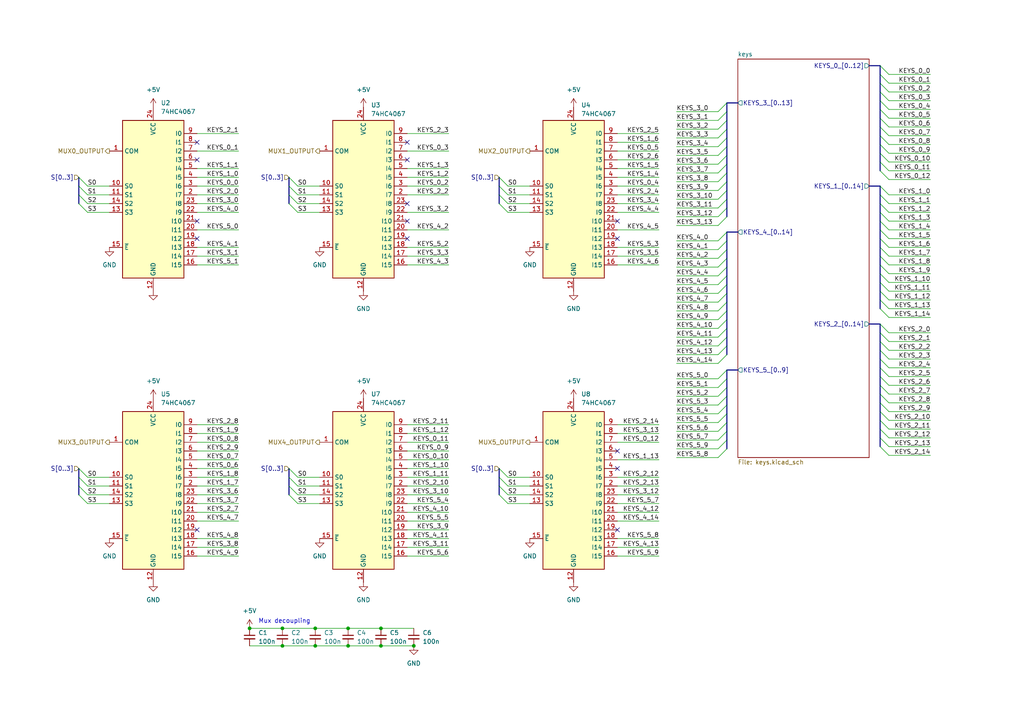
<source format=kicad_sch>
(kicad_sch (version 20230121) (generator eeschema)
  (paper "A4")
  (title_block (title "MoonBoard"))
  (lib_symbols
    (symbol "74xx:CD74HC4067M"
      (property "Reference" "U" (at -8.89 22.86 0))
      (property "Value" "CD74HC4067M" (at 1.27 22.86 0))
      (symbol "CD74HC4067M_0_1"
        (rectangle (start -8.89 21.59) (end 8.89 -24.13) (stroke (width 0.254)) (fill (type background)))
      )
      (symbol "CD74HC4067M_1_1"
        (pin passive line (at -12.7 12.7 0) (length 3.81) (name "COM") (number "1"))
        (pin input line (at -12.7 2.54 0) (length 3.81) (name "S0") (number "10"))
        (pin input line (at -12.7 0 0) (length 3.81) (name "S1") (number "11"))
        (pin power_in line (at 0 -27.94 90) (length 3.81) (name "GND") (number "12"))
        (pin input line (at -12.7 -5.08 0) (length 3.81) (name "S3") (number "13"))
        (pin input line (at -12.7 -2.54 0) (length 3.81) (name "S2") (number "14"))
        (pin input line (at -12.7 -15.24 0) (length 3.81) (name "~{E}") (number "15"))
        (pin passive line (at 12.7 -20.32 180) (length 3.81) (name "I15") (number "16"))
        (pin passive line (at 12.7 -17.78 180) (length 3.81) (name "I14") (number "17"))
        (pin passive line (at 12.7 -15.24 180) (length 3.81) (name "I13") (number "18"))
        (pin passive line (at 12.7 -12.7 180) (length 3.81) (name "I12") (number "19"))
        (pin passive line (at 12.7 0 180) (length 3.81) (name "I7") (number "2"))
        (pin passive line (at 12.7 -10.16 180) (length 3.81) (name "I11") (number "20"))
        (pin passive line (at 12.7 -7.62 180) (length 3.81) (name "I10") (number "21"))
        (pin passive line (at 12.7 -5.08 180) (length 3.81) (name "I9") (number "22"))
        (pin passive line (at 12.7 -2.54 180) (length 3.81) (name "I8") (number "23"))
        (pin power_in line (at 0 25.4 270) (length 3.81) (name "VCC") (number "24"))
        (pin passive line (at 12.7 2.54 180) (length 3.81) (name "I6") (number "3"))
        (pin passive line (at 12.7 5.08 180) (length 3.81) (name "I5") (number "4"))
        (pin passive line (at 12.7 7.62 180) (length 3.81) (name "I4") (number "5"))
        (pin passive line (at 12.7 10.16 180) (length 3.81) (name "I3") (number "6"))
        (pin passive line (at 12.7 12.7 180) (length 3.81) (name "I2") (number "7"))
        (pin passive line (at 12.7 15.24 180) (length 3.81) (name "I1") (number "8"))
        (pin passive line (at 12.7 17.78 180) (length 3.81) (name "I0") (number "9"))
      )
    )
    (symbol "Device:C_Small" (pin_numbers hide) (pin_names (offset 0.254) hide)
      (property "Reference" "C" (at 0.254 1.778 0))
      (property "Value" "C_Small" (at 0.254 -2.032 0))
      (symbol "C_Small_0_1"
        (polyline (pts (xy -1.524 -0.508) (xy 1.524 -0.508)) (stroke (width 0.3302)))
        (polyline (pts (xy -1.524 0.508) (xy 1.524 0.508)) (stroke (width 0.3048)))
      )
      (symbol "C_Small_1_1"
        (pin passive line (at 0 2.54 270) (length 2.032) (name "~") (number "1"))
        (pin passive line (at 0 -2.54 90) (length 2.032) (name "~") (number "2"))
      )
    )
    (symbol "power:+5V" (power) (pin_names (offset 0))
      (property "Value" "+5V" (at 0 3.556 0))
      (symbol "+5V_0_1"
        (polyline (pts (xy -0.762 1.27) (xy 0 2.54)))
        (polyline (pts (xy 0 0) (xy 0 2.54)))
        (polyline (pts (xy 0 2.54) (xy 0.762 1.27)))
      )
      (symbol "+5V_1_1"
        (pin power_in line (at 0 0 90) (length 0) hide (name "+5V") (number "1"))
      )
    )
    (symbol "power:GND" (power) (pin_names (offset 0))
      (property "Value" "GND" (at 0 -3.81 0))
      (symbol "GND_0_1"
        (polyline (pts (xy 0 0) (xy 0 -1.27) (xy 1.27 -1.27) (xy 0 -2.54) (xy -1.27 -1.27) (xy 0 -1.27)))
      )
      (symbol "GND_1_1"
        (pin power_in line (at 0 0 270) (length 0) hide (name "GND") (number "1"))
      )
    )
  )
  (junction (at 110.49 187.325))
  (junction (at 81.915 182.245))
  (junction (at 100.965 187.325))
  (junction (at 81.915 187.325))
  (junction (at 72.39 182.245))
  (junction (at 100.965 182.245))
  (junction (at 110.49 182.245))
  (junction (at 91.44 187.325))
  (junction (at 120.015 187.325))
  (junction (at 91.44 182.245))
  (no_connect (at 179.07 130.81))
  (no_connect (at 57.15 41.275))
  (no_connect (at 57.15 64.135))
  (no_connect (at 118.11 59.055))
  (no_connect (at 118.11 64.135))
  (no_connect (at 118.11 69.215))
  (no_connect (at 179.07 135.89))
  (no_connect (at 179.07 64.135))
  (no_connect (at 57.15 153.67))
  (no_connect (at 179.07 69.215))
  (no_connect (at 179.07 153.67))
  (no_connect (at 57.15 69.215))
  (no_connect (at 57.15 46.355))
  (no_connect (at 118.11 46.355))
  (no_connect (at 118.11 41.275))
  (bus_entry (at 257.81 34.29) (size -2.54 -2.54))
  (bus_entry (at 208.28 60.325) (size 2.54 -2.54))
  (bus_entry (at 208.28 47.625) (size 2.54 -2.54))
  (bus_entry (at 144.78 59.055) (size 2.54 2.54))
  (bus_entry (at 208.28 65.405) (size 2.54 -2.54))
  (bus_entry (at 144.78 143.51) (size 2.54 2.54))
  (bus_entry (at 83.82 143.51) (size 2.54 2.54))
  (bus_entry (at 208.28 42.545) (size 2.54 -2.54))
  (bus_entry (at 22.86 138.43) (size 2.54 2.54))
  (bus_entry (at 257.81 116.84) (size -2.54 -2.54))
  (bus_entry (at 257.81 127) (size -2.54 -2.54))
  (bus_entry (at 144.78 135.89) (size 2.54 2.54))
  (bus_entry (at 257.81 86.995) (size -2.54 -2.54))
  (bus_entry (at 257.81 81.915) (size -2.54 -2.54))
  (bus_entry (at 208.28 97.79) (size 2.54 -2.54))
  (bus_entry (at 257.81 121.92) (size -2.54 -2.54))
  (bus_entry (at 22.86 140.97) (size 2.54 2.54))
  (bus_entry (at 208.28 80.01) (size 2.54 -2.54))
  (bus_entry (at 257.81 99.06) (size -2.54 -2.54))
  (bus_entry (at 257.81 114.3) (size -2.54 -2.54))
  (bus_entry (at 83.82 135.89) (size 2.54 2.54))
  (bus_entry (at 257.81 64.135) (size -2.54 -2.54))
  (bus_entry (at 257.81 59.055) (size -2.54 -2.54))
  (bus_entry (at 144.78 138.43) (size 2.54 2.54))
  (bus_entry (at 83.82 56.515) (size 2.54 2.54))
  (bus_entry (at 208.28 92.71) (size 2.54 -2.54))
  (bus_entry (at 208.28 114.935) (size 2.54 -2.54))
  (bus_entry (at 257.81 106.68) (size -2.54 -2.54))
  (bus_entry (at 257.81 96.52) (size -2.54 -2.54))
  (bus_entry (at 208.28 132.715) (size 2.54 -2.54))
  (bus_entry (at 208.28 120.015) (size 2.54 -2.54))
  (bus_entry (at 257.81 39.37) (size -2.54 -2.54))
  (bus_entry (at 208.28 82.55) (size 2.54 -2.54))
  (bus_entry (at 144.78 140.97) (size 2.54 2.54))
  (bus_entry (at 257.81 24.13) (size -2.54 -2.54))
  (bus_entry (at 208.28 57.785) (size 2.54 -2.54))
  (bus_entry (at 22.86 59.055) (size 2.54 2.54))
  (bus_entry (at 257.81 124.46) (size -2.54 -2.54))
  (bus_entry (at 208.28 112.395) (size 2.54 -2.54))
  (bus_entry (at 257.81 109.22) (size -2.54 -2.54))
  (bus_entry (at 208.28 85.09) (size 2.54 -2.54))
  (bus_entry (at 257.81 31.75) (size -2.54 -2.54))
  (bus_entry (at 257.81 101.6) (size -2.54 -2.54))
  (bus_entry (at 83.82 138.43) (size 2.54 2.54))
  (bus_entry (at 208.28 72.39) (size 2.54 -2.54))
  (bus_entry (at 22.86 143.51) (size 2.54 2.54))
  (bus_entry (at 22.86 53.975) (size 2.54 2.54))
  (bus_entry (at 83.82 53.975) (size 2.54 2.54))
  (bus_entry (at 257.81 104.14) (size -2.54 -2.54))
  (bus_entry (at 257.81 129.54) (size -2.54 -2.54))
  (bus_entry (at 208.28 130.175) (size 2.54 -2.54))
  (bus_entry (at 22.86 51.435) (size 2.54 2.54))
  (bus_entry (at 257.81 76.835) (size -2.54 -2.54))
  (bus_entry (at 257.81 21.59) (size -2.54 -2.54))
  (bus_entry (at 208.28 87.63) (size 2.54 -2.54))
  (bus_entry (at 257.81 61.595) (size -2.54 -2.54))
  (bus_entry (at 208.28 109.855) (size 2.54 -2.54))
  (bus_entry (at 208.28 127.635) (size 2.54 -2.54))
  (bus_entry (at 257.81 111.76) (size -2.54 -2.54))
  (bus_entry (at 208.28 52.705) (size 2.54 -2.54))
  (bus_entry (at 257.81 49.53) (size -2.54 -2.54))
  (bus_entry (at 257.81 56.515) (size -2.54 -2.54))
  (bus_entry (at 257.81 36.83) (size -2.54 -2.54))
  (bus_entry (at 257.81 26.67) (size -2.54 -2.54))
  (bus_entry (at 83.82 140.97) (size 2.54 2.54))
  (bus_entry (at 208.28 77.47) (size 2.54 -2.54))
  (bus_entry (at 208.28 95.25) (size 2.54 -2.54))
  (bus_entry (at 208.28 69.85) (size 2.54 -2.54))
  (bus_entry (at 257.81 89.535) (size -2.54 -2.54))
  (bus_entry (at 144.78 56.515) (size 2.54 2.54))
  (bus_entry (at 144.78 51.435) (size 2.54 2.54))
  (bus_entry (at 257.81 71.755) (size -2.54 -2.54))
  (bus_entry (at 208.28 100.33) (size 2.54 -2.54))
  (bus_entry (at 257.81 84.455) (size -2.54 -2.54))
  (bus_entry (at 208.28 90.17) (size 2.54 -2.54))
  (bus_entry (at 257.81 74.295) (size -2.54 -2.54))
  (bus_entry (at 257.81 66.675) (size -2.54 -2.54))
  (bus_entry (at 83.82 59.055) (size 2.54 2.54))
  (bus_entry (at 208.28 74.93) (size 2.54 -2.54))
  (bus_entry (at 208.28 37.465) (size 2.54 -2.54))
  (bus_entry (at 208.28 55.245) (size 2.54 -2.54))
  (bus_entry (at 208.28 102.87) (size 2.54 -2.54))
  (bus_entry (at 208.28 34.925) (size 2.54 -2.54))
  (bus_entry (at 208.28 32.385) (size 2.54 -2.54))
  (bus_entry (at 257.81 79.375) (size -2.54 -2.54))
  (bus_entry (at 257.81 69.215) (size -2.54 -2.54))
  (bus_entry (at 208.28 62.865) (size 2.54 -2.54))
  (bus_entry (at 257.81 119.38) (size -2.54 -2.54))
  (bus_entry (at 22.86 135.89) (size 2.54 2.54))
  (bus_entry (at 208.28 50.165) (size 2.54 -2.54))
  (bus_entry (at 208.28 122.555) (size 2.54 -2.54))
  (bus_entry (at 208.28 125.095) (size 2.54 -2.54))
  (bus_entry (at 257.81 44.45) (size -2.54 -2.54))
  (bus_entry (at 257.81 46.99) (size -2.54 -2.54))
  (bus_entry (at 257.81 52.07) (size -2.54 -2.54))
  (bus_entry (at 257.81 29.21) (size -2.54 -2.54))
  (bus_entry (at 257.81 92.075) (size -2.54 -2.54))
  (bus_entry (at 208.28 40.005) (size 2.54 -2.54))
  (bus_entry (at 208.28 45.085) (size 2.54 -2.54))
  (bus_entry (at 257.81 132.08) (size -2.54 -2.54))
  (bus_entry (at 208.28 117.475) (size 2.54 -2.54))
  (bus_entry (at 257.81 41.91) (size -2.54 -2.54))
  (bus_entry (at 208.28 105.41) (size 2.54 -2.54))
  (bus_entry (at 83.82 51.435) (size 2.54 2.54))
  (bus_entry (at 144.78 53.975) (size 2.54 2.54))
  (bus_entry (at 22.86 56.515) (size 2.54 2.54))
  (wire (pts (xy 57.15 146.05) (xy 69.215 146.05)))
  (wire (pts (xy 179.07 76.835) (xy 191.135 76.835)))
  (bus (pts (xy 210.82 40.005) (xy 210.82 42.545)))
  (wire (pts (xy 57.15 156.21) (xy 69.215 156.21)))
  (bus (pts (xy 210.82 90.17) (xy 210.82 92.71)))
  (bus (pts (xy 252.095 53.975) (xy 255.27 53.975)))
  (bus (pts (xy 255.27 121.92) (xy 255.27 124.46)))
  (wire (pts (xy 86.36 53.975) (xy 92.71 53.975)))
  (wire (pts (xy 208.28 45.085) (xy 196.215 45.085)))
  (wire (pts (xy 179.07 161.29) (xy 191.135 161.29)))
  (wire (pts (xy 208.28 102.87) (xy 196.215 102.87)))
  (bus (pts (xy 255.27 34.29) (xy 255.27 36.83)))
  (wire (pts (xy 130.175 71.755) (xy 118.11 71.755)))
  (wire (pts (xy 57.15 138.43) (xy 69.215 138.43)))
  (wire (pts (xy 179.07 41.275) (xy 191.135 41.275)))
  (wire (pts (xy 25.4 143.51) (xy 31.75 143.51)))
  (wire (pts (xy 257.81 84.455) (xy 269.875 84.455)))
  (wire (pts (xy 118.11 125.73) (xy 130.175 125.73)))
  (bus (pts (xy 210.82 42.545) (xy 210.82 45.085)))
  (wire (pts (xy 57.15 151.13) (xy 69.215 151.13)))
  (wire (pts (xy 179.07 48.895) (xy 191.135 48.895)))
  (wire (pts (xy 208.28 60.325) (xy 196.215 60.325)))
  (wire (pts (xy 118.11 48.895) (xy 130.175 48.895)))
  (wire (pts (xy 208.28 82.55) (xy 196.215 82.55)))
  (bus (pts (xy 210.82 67.31) (xy 213.995 67.31)))
  (wire (pts (xy 147.32 140.97) (xy 153.67 140.97)))
  (bus (pts (xy 22.86 140.97) (xy 22.86 143.51)))
  (wire (pts (xy 147.32 53.975) (xy 153.67 53.975)))
  (wire (pts (xy 118.11 153.67) (xy 130.175 153.67)))
  (wire (pts (xy 118.11 128.27) (xy 130.175 128.27)))
  (bus (pts (xy 210.82 52.705) (xy 210.82 55.245)))
  (wire (pts (xy 257.81 49.53) (xy 269.875 49.53)))
  (bus (pts (xy 210.82 47.625) (xy 210.82 50.165)))
  (wire (pts (xy 130.175 53.975) (xy 118.11 53.975)))
  (wire (pts (xy 257.81 74.295) (xy 269.875 74.295)))
  (bus (pts (xy 210.82 120.015) (xy 210.82 122.555)))
  (bus (pts (xy 255.27 86.995) (xy 255.27 89.535)))
  (wire (pts (xy 191.135 43.815) (xy 179.07 43.815)))
  (wire (pts (xy 208.28 95.25) (xy 196.215 95.25)))
  (wire (pts (xy 179.07 53.975) (xy 191.135 53.975)))
  (wire (pts (xy 179.07 156.21) (xy 191.135 156.21)))
  (wire (pts (xy 69.215 66.675) (xy 57.15 66.675)))
  (wire (pts (xy 257.81 41.91) (xy 269.875 41.91)))
  (wire (pts (xy 69.215 56.515) (xy 57.15 56.515)))
  (bus (pts (xy 255.27 59.055) (xy 255.27 61.595)))
  (wire (pts (xy 69.215 59.055) (xy 57.15 59.055)))
  (wire (pts (xy 72.39 182.245) (xy 81.915 182.245)))
  (bus (pts (xy 144.78 140.97) (xy 144.78 143.51)))
  (wire (pts (xy 208.28 42.545) (xy 196.215 42.545)))
  (wire (pts (xy 57.15 123.19) (xy 69.215 123.19)))
  (wire (pts (xy 57.15 128.27) (xy 69.215 128.27)))
  (bus (pts (xy 144.78 138.43) (xy 144.78 140.97)))
  (wire (pts (xy 86.36 61.595) (xy 92.71 61.595)))
  (wire (pts (xy 25.4 146.05) (xy 31.75 146.05)))
  (wire (pts (xy 147.32 59.055) (xy 153.67 59.055)))
  (wire (pts (xy 57.15 161.29) (xy 69.215 161.29)))
  (wire (pts (xy 86.36 59.055) (xy 92.71 59.055)))
  (bus (pts (xy 255.27 79.375) (xy 255.27 81.915)))
  (wire (pts (xy 269.875 56.515) (xy 257.81 56.515)))
  (wire (pts (xy 257.81 52.07) (xy 269.875 52.07)))
  (wire (pts (xy 208.28 92.71) (xy 196.215 92.71)))
  (wire (pts (xy 269.875 59.055) (xy 257.81 59.055)))
  (wire (pts (xy 269.875 34.29) (xy 257.81 34.29)))
  (wire (pts (xy 208.28 87.63) (xy 196.215 87.63)))
  (wire (pts (xy 81.915 187.325) (xy 91.44 187.325)))
  (bus (pts (xy 210.82 92.71) (xy 210.82 95.25)))
  (wire (pts (xy 110.49 182.245) (xy 120.015 182.245)))
  (wire (pts (xy 179.07 74.295) (xy 191.135 74.295)))
  (bus (pts (xy 22.86 51.435) (xy 22.86 53.975)))
  (wire (pts (xy 57.15 158.75) (xy 69.215 158.75)))
  (bus (pts (xy 210.82 125.095) (xy 210.82 127.635)))
  (bus (pts (xy 255.27 127) (xy 255.27 129.54)))
  (wire (pts (xy 208.28 65.405) (xy 196.215 65.405)))
  (bus (pts (xy 255.27 21.59) (xy 255.27 24.13)))
  (wire (pts (xy 257.81 114.3) (xy 269.875 114.3)))
  (wire (pts (xy 179.07 138.43) (xy 191.135 138.43)))
  (wire (pts (xy 208.28 132.715) (xy 196.215 132.715)))
  (wire (pts (xy 257.81 81.915) (xy 269.875 81.915)))
  (wire (pts (xy 57.15 135.89) (xy 69.215 135.89)))
  (bus (pts (xy 22.86 53.975) (xy 22.86 56.515)))
  (wire (pts (xy 118.11 158.75) (xy 130.175 158.75)))
  (wire (pts (xy 257.81 119.38) (xy 269.875 119.38)))
  (wire (pts (xy 179.07 59.055) (xy 191.135 59.055)))
  (wire (pts (xy 57.15 148.59) (xy 69.215 148.59)))
  (wire (pts (xy 257.81 31.75) (xy 269.875 31.75)))
  (wire (pts (xy 208.28 117.475) (xy 196.215 117.475)))
  (wire (pts (xy 257.81 129.54) (xy 269.875 129.54)))
  (wire (pts (xy 208.28 47.625) (xy 196.215 47.625)))
  (wire (pts (xy 25.4 56.515) (xy 31.75 56.515)))
  (wire (pts (xy 208.28 97.79) (xy 196.215 97.79)))
  (wire (pts (xy 118.11 43.815) (xy 130.175 43.815)))
  (wire (pts (xy 208.28 85.09) (xy 196.215 85.09)))
  (wire (pts (xy 86.36 140.97) (xy 92.71 140.97)))
  (bus (pts (xy 252.095 93.98) (xy 255.27 93.98)))
  (wire (pts (xy 257.81 69.215) (xy 269.875 69.215)))
  (wire (pts (xy 25.4 59.055) (xy 31.75 59.055)))
  (wire (pts (xy 25.4 140.97) (xy 31.75 140.97)))
  (wire (pts (xy 196.215 109.855) (xy 208.28 109.855)))
  (wire (pts (xy 257.81 121.92) (xy 269.875 121.92)))
  (bus (pts (xy 210.82 122.555) (xy 210.82 125.095)))
  (bus (pts (xy 210.82 97.79) (xy 210.82 100.33)))
  (bus (pts (xy 255.27 19.05) (xy 255.27 21.59)))
  (bus (pts (xy 255.27 74.295) (xy 255.27 76.835)))
  (bus (pts (xy 210.82 109.855) (xy 210.82 112.395)))
  (wire (pts (xy 257.81 104.14) (xy 269.875 104.14)))
  (bus (pts (xy 83.82 51.435) (xy 83.82 53.975)))
  (wire (pts (xy 81.915 182.245) (xy 91.44 182.245)))
  (wire (pts (xy 196.215 112.395) (xy 208.28 112.395)))
  (bus (pts (xy 255.27 69.215) (xy 255.27 71.755)))
  (wire (pts (xy 208.28 105.41) (xy 196.215 105.41)))
  (wire (pts (xy 196.215 32.385) (xy 208.28 32.385)))
  (wire (pts (xy 208.28 127.635) (xy 196.215 127.635)))
  (bus (pts (xy 255.27 96.52) (xy 255.27 99.06)))
  (wire (pts (xy 257.81 111.76) (xy 269.875 111.76)))
  (wire (pts (xy 86.36 143.51) (xy 92.71 143.51)))
  (bus (pts (xy 255.27 44.45) (xy 255.27 46.99)))
  (bus (pts (xy 210.82 67.31) (xy 210.82 69.85)))
  (bus (pts (xy 83.82 56.515) (xy 83.82 59.055)))
  (bus (pts (xy 83.82 140.97) (xy 83.82 143.51)))
  (bus (pts (xy 22.86 56.515) (xy 22.86 59.055)))
  (wire (pts (xy 118.11 146.05) (xy 130.175 146.05)))
  (wire (pts (xy 179.07 125.73) (xy 191.135 125.73)))
  (wire (pts (xy 69.215 76.835) (xy 57.15 76.835)))
  (wire (pts (xy 208.28 122.555) (xy 196.215 122.555)))
  (wire (pts (xy 179.07 56.515) (xy 191.135 56.515)))
  (wire (pts (xy 25.4 53.975) (xy 31.75 53.975)))
  (wire (pts (xy 118.11 135.89) (xy 130.175 135.89)))
  (bus (pts (xy 210.82 32.385) (xy 210.82 34.925)))
  (wire (pts (xy 257.81 71.755) (xy 269.875 71.755)))
  (bus (pts (xy 210.82 87.63) (xy 210.82 90.17)))
  (wire (pts (xy 269.875 96.52) (xy 257.81 96.52)))
  (wire (pts (xy 130.175 61.595) (xy 118.11 61.595)))
  (wire (pts (xy 196.215 34.925) (xy 208.28 34.925)))
  (wire (pts (xy 57.15 130.81) (xy 69.215 130.81)))
  (bus (pts (xy 255.27 41.91) (xy 255.27 44.45)))
  (wire (pts (xy 257.81 124.46) (xy 269.875 124.46)))
  (wire (pts (xy 118.11 161.29) (xy 130.175 161.29)))
  (bus (pts (xy 144.78 53.975) (xy 144.78 56.515)))
  (wire (pts (xy 147.32 143.51) (xy 153.67 143.51)))
  (wire (pts (xy 269.875 21.59) (xy 257.81 21.59)))
  (wire (pts (xy 257.81 36.83) (xy 269.875 36.83)))
  (bus (pts (xy 252.095 19.05) (xy 255.27 19.05)))
  (wire (pts (xy 69.215 133.35) (xy 57.15 133.35)))
  (wire (pts (xy 91.44 182.245) (xy 100.965 182.245)))
  (bus (pts (xy 144.78 56.515) (xy 144.78 59.055)))
  (bus (pts (xy 83.82 135.89) (xy 83.82 138.43)))
  (wire (pts (xy 208.28 80.01) (xy 196.215 80.01)))
  (bus (pts (xy 210.82 80.01) (xy 210.82 82.55)))
  (wire (pts (xy 257.81 132.08) (xy 269.875 132.08)))
  (wire (pts (xy 196.215 69.85) (xy 208.28 69.85)))
  (bus (pts (xy 255.27 64.135) (xy 255.27 66.675)))
  (bus (pts (xy 210.82 45.085) (xy 210.82 47.625)))
  (wire (pts (xy 100.965 182.245) (xy 110.49 182.245)))
  (wire (pts (xy 25.4 61.595) (xy 31.75 61.595)))
  (wire (pts (xy 91.44 187.325) (xy 100.965 187.325)))
  (bus (pts (xy 255.27 101.6) (xy 255.27 104.14)))
  (wire (pts (xy 179.07 38.735) (xy 191.135 38.735)))
  (bus (pts (xy 255.27 114.3) (xy 255.27 116.84)))
  (bus (pts (xy 210.82 82.55) (xy 210.82 85.09)))
  (wire (pts (xy 130.175 51.435) (xy 118.11 51.435)))
  (wire (pts (xy 257.81 44.45) (xy 269.875 44.45)))
  (wire (pts (xy 69.215 61.595) (xy 57.15 61.595)))
  (bus (pts (xy 255.27 46.99) (xy 255.27 49.53)))
  (wire (pts (xy 179.07 61.595) (xy 191.135 61.595)))
  (bus (pts (xy 255.27 71.755) (xy 255.27 74.295)))
  (wire (pts (xy 196.215 37.465) (xy 208.28 37.465)))
  (bus (pts (xy 255.27 53.975) (xy 255.27 56.515)))
  (wire (pts (xy 130.175 56.515) (xy 118.11 56.515)))
  (bus (pts (xy 144.78 135.89) (xy 144.78 138.43)))
  (wire (pts (xy 257.81 46.99) (xy 269.875 46.99)))
  (wire (pts (xy 179.07 146.05) (xy 191.135 146.05)))
  (wire (pts (xy 25.4 138.43) (xy 31.75 138.43)))
  (bus (pts (xy 83.82 53.975) (xy 83.82 56.515)))
  (wire (pts (xy 118.11 140.97) (xy 130.175 140.97)))
  (bus (pts (xy 210.82 29.845) (xy 210.82 32.385)))
  (bus (pts (xy 210.82 114.935) (xy 210.82 117.475)))
  (bus (pts (xy 210.82 55.245) (xy 210.82 57.785)))
  (wire (pts (xy 147.32 56.515) (xy 153.67 56.515)))
  (bus (pts (xy 255.27 26.67) (xy 255.27 29.21)))
  (wire (pts (xy 257.81 64.135) (xy 269.875 64.135)))
  (wire (pts (xy 86.36 56.515) (xy 92.71 56.515)))
  (wire (pts (xy 257.81 92.075) (xy 269.875 92.075)))
  (wire (pts (xy 118.11 151.13) (xy 130.175 151.13)))
  (wire (pts (xy 118.11 133.35) (xy 130.175 133.35)))
  (wire (pts (xy 179.07 71.755) (xy 191.135 71.755)))
  (wire (pts (xy 269.875 24.13) (xy 257.81 24.13)))
  (wire (pts (xy 257.81 127) (xy 269.875 127)))
  (bus (pts (xy 210.82 117.475) (xy 210.82 120.015)))
  (wire (pts (xy 179.07 66.675) (xy 191.135 66.675)))
  (bus (pts (xy 210.82 37.465) (xy 210.82 40.005)))
  (bus (pts (xy 255.27 116.84) (xy 255.27 119.38)))
  (wire (pts (xy 118.11 156.21) (xy 130.175 156.21)))
  (wire (pts (xy 179.07 158.75) (xy 191.135 158.75)))
  (wire (pts (xy 257.81 39.37) (xy 269.875 39.37)))
  (bus (pts (xy 255.27 39.37) (xy 255.27 41.91)))
  (bus (pts (xy 210.82 100.33) (xy 210.82 102.87)))
  (wire (pts (xy 208.28 77.47) (xy 196.215 77.47)))
  (wire (pts (xy 118.11 74.295) (xy 130.175 74.295)))
  (wire (pts (xy 100.965 187.325) (xy 110.49 187.325)))
  (wire (pts (xy 257.81 89.535) (xy 269.875 89.535)))
  (bus (pts (xy 210.82 95.25) (xy 210.82 97.79)))
  (wire (pts (xy 269.875 26.67) (xy 257.81 26.67)))
  (wire (pts (xy 118.11 76.835) (xy 130.175 76.835)))
  (bus (pts (xy 210.82 85.09) (xy 210.82 87.63)))
  (bus (pts (xy 255.27 36.83) (xy 255.27 39.37)))
  (bus (pts (xy 210.82 107.315) (xy 210.82 109.855)))
  (bus (pts (xy 255.27 93.98) (xy 255.27 96.52)))
  (wire (pts (xy 118.11 143.51) (xy 130.175 143.51)))
  (bus (pts (xy 22.86 138.43) (xy 22.86 140.97)))
  (bus (pts (xy 255.27 124.46) (xy 255.27 127)))
  (wire (pts (xy 196.215 114.935) (xy 208.28 114.935)))
  (wire (pts (xy 179.07 51.435) (xy 191.135 51.435)))
  (wire (pts (xy 69.215 43.815) (xy 57.15 43.815)))
  (wire (pts (xy 196.215 74.93) (xy 208.28 74.93)))
  (wire (pts (xy 257.81 109.22) (xy 269.875 109.22)))
  (bus (pts (xy 255.27 24.13) (xy 255.27 26.67)))
  (wire (pts (xy 69.215 51.435) (xy 57.15 51.435)))
  (wire (pts (xy 179.07 140.97) (xy 191.135 140.97)))
  (wire (pts (xy 130.175 66.675) (xy 118.11 66.675)))
  (bus (pts (xy 255.27 99.06) (xy 255.27 101.6)))
  (bus (pts (xy 255.27 29.21) (xy 255.27 31.75)))
  (wire (pts (xy 257.81 86.995) (xy 269.875 86.995)))
  (wire (pts (xy 257.81 29.21) (xy 269.875 29.21)))
  (wire (pts (xy 69.215 53.975) (xy 57.15 53.975)))
  (wire (pts (xy 257.81 116.84) (xy 269.875 116.84)))
  (wire (pts (xy 208.28 125.095) (xy 196.215 125.095)))
  (wire (pts (xy 57.15 140.97) (xy 69.215 140.97)))
  (wire (pts (xy 208.28 52.705) (xy 196.215 52.705)))
  (wire (pts (xy 179.07 151.13) (xy 191.135 151.13)))
  (bus (pts (xy 255.27 76.835) (xy 255.27 79.375)))
  (wire (pts (xy 208.28 62.865) (xy 196.215 62.865)))
  (bus (pts (xy 210.82 74.93) (xy 210.82 77.47)))
  (wire (pts (xy 179.07 143.51) (xy 191.135 143.51)))
  (wire (pts (xy 257.81 76.835) (xy 269.875 76.835)))
  (wire (pts (xy 208.28 120.015) (xy 196.215 120.015)))
  (bus (pts (xy 83.82 138.43) (xy 83.82 140.97)))
  (wire (pts (xy 269.875 101.6) (xy 257.81 101.6)))
  (wire (pts (xy 57.15 143.51) (xy 69.215 143.51)))
  (wire (pts (xy 179.07 128.27) (xy 191.135 128.27)))
  (bus (pts (xy 255.27 119.38) (xy 255.27 121.92)))
  (wire (pts (xy 118.11 130.81) (xy 130.175 130.81)))
  (wire (pts (xy 147.32 138.43) (xy 153.67 138.43)))
  (bus (pts (xy 210.82 69.85) (xy 210.82 72.39)))
  (wire (pts (xy 196.215 72.39) (xy 208.28 72.39)))
  (bus (pts (xy 255.27 56.515) (xy 255.27 59.055)))
  (bus (pts (xy 22.86 135.89) (xy 22.86 138.43)))
  (bus (pts (xy 210.82 50.165) (xy 210.82 52.705)))
  (wire (pts (xy 69.215 74.295) (xy 57.15 74.295)))
  (bus (pts (xy 210.82 107.315) (xy 213.995 107.315)))
  (bus (pts (xy 210.82 57.785) (xy 210.82 60.325)))
  (bus (pts (xy 210.82 127.635) (xy 210.82 130.175)))
  (wire (pts (xy 69.215 48.895) (xy 57.15 48.895)))
  (wire (pts (xy 208.28 100.33) (xy 196.215 100.33)))
  (bus (pts (xy 255.27 84.455) (xy 255.27 86.995)))
  (wire (pts (xy 257.81 66.675) (xy 269.875 66.675)))
  (bus (pts (xy 144.78 51.435) (xy 144.78 53.975)))
  (bus (pts (xy 255.27 109.22) (xy 255.27 111.76)))
  (bus (pts (xy 255.27 61.595) (xy 255.27 64.135)))
  (bus (pts (xy 255.27 81.915) (xy 255.27 84.455)))
  (wire (pts (xy 147.32 146.05) (xy 153.67 146.05)))
  (bus (pts (xy 210.82 72.39) (xy 210.82 74.93)))
  (wire (pts (xy 257.81 79.375) (xy 269.875 79.375)))
  (wire (pts (xy 208.28 90.17) (xy 196.215 90.17)))
  (wire (pts (xy 57.15 125.73) (xy 69.215 125.73)))
  (bus (pts (xy 210.82 112.395) (xy 210.82 114.935)))
  (bus (pts (xy 210.82 77.47) (xy 210.82 80.01)))
  (wire (pts (xy 208.28 40.005) (xy 196.215 40.005)))
  (wire (pts (xy 118.11 38.735) (xy 130.175 38.735)))
  (bus (pts (xy 255.27 104.14) (xy 255.27 106.68)))
  (wire (pts (xy 269.875 99.06) (xy 257.81 99.06)))
  (bus (pts (xy 210.82 34.925) (xy 210.82 37.465)))
  (wire (pts (xy 72.39 187.325) (xy 81.915 187.325)))
  (wire (pts (xy 86.36 138.43) (xy 92.71 138.43)))
  (bus (pts (xy 210.82 60.325) (xy 210.82 62.865)))
  (wire (pts (xy 269.875 61.595) (xy 257.81 61.595)))
  (bus (pts (xy 255.27 111.76) (xy 255.27 114.3)))
  (wire (pts (xy 208.28 50.165) (xy 196.215 50.165)))
  (bus (pts (xy 255.27 106.68) (xy 255.27 109.22)))
  (wire (pts (xy 179.07 123.19) (xy 191.135 123.19)))
  (bus (pts (xy 255.27 31.75) (xy 255.27 34.29)))
  (wire (pts (xy 110.49 187.325) (xy 120.015 187.325)))
  (wire (pts (xy 69.215 71.755) (xy 57.15 71.755)))
  (wire (pts (xy 118.11 148.59) (xy 130.175 148.59)))
  (bus (pts (xy 210.82 29.845) (xy 213.995 29.845)))
  (wire (pts (xy 69.215 38.735) (xy 57.15 38.735)))
  (wire (pts (xy 118.11 138.43) (xy 130.175 138.43)))
  (wire (pts (xy 208.28 57.785) (xy 196.215 57.785)))
  (wire (pts (xy 179.07 46.355) (xy 191.135 46.355)))
  (wire (pts (xy 208.28 130.175) (xy 196.215 130.175)))
  (wire (pts (xy 147.32 61.595) (xy 153.67 61.595)))
  (wire (pts (xy 208.28 55.245) (xy 196.215 55.245)))
  (bus (pts (xy 255.27 66.675) (xy 255.27 69.215)))
  (wire (pts (xy 179.07 148.59) (xy 191.135 148.59)))
  (wire (pts (xy 257.81 106.68) (xy 269.875 106.68)))
  (wire (pts (xy 179.07 133.35) (xy 191.135 133.35)))
  (wire (pts (xy 118.11 123.19) (xy 130.175 123.19)))
  (wire (pts (xy 86.36 146.05) (xy 92.71 146.05)))
  (text "Mux decoupling" (at 74.93 180.975 0) (effects (font (size 1.27 1.27)) (justify left bottom)))
  (label "KEYS_0_4" (at 191.135 53.975 180))
  (label "KEYS_0_2" (at 130.175 53.975 180))
  (label "KEYS_5_8" (at 196.215 132.715 0))
  (label "KEYS_1_9" (at 69.215 125.73 180))
  (label "KEYS_0_8" (at 269.875 41.91 180))
  (label "KEYS_3_4" (at 196.215 42.545 0))
  (label "KEYS_3_1" (at 196.215 34.925 0))
  (label "KEYS_1_7" (at 69.215 140.97 180))
  (label "KEYS_3_3" (at 130.175 74.295 180))
  (label "KEYS_2_11" (at 130.175 123.19 180))
  (label "KEYS_5_0" (at 196.215 109.855 0))
  (label "KEYS_0_12" (at 191.135 128.27 180))
  (label "KEYS_3_12" (at 191.135 143.51 180))
  (label "KEYS_5_9" (at 196.215 130.175 0))
  (label "KEYS_0_7" (at 69.215 133.35 180))
  (label "KEYS_2_7" (at 269.875 114.3 180))
  (label "KEYS_0_7" (at 269.875 39.37 180))
  (label "KEYS_4_11" (at 130.175 156.21 180))
  (label "KEYS_4_10" (at 196.215 95.25 0))
  (label "KEYS_3_13" (at 196.215 65.405 0))
  (label "S0" (at 25.4 53.975 0))
  (label "KEYS_4_0" (at 69.215 61.595 180))
  (label "KEYS_0_0" (at 69.215 53.975 180))
  (label "KEYS_2_12" (at 191.135 138.43 180))
  (label "KEYS_0_2" (at 269.875 26.67 180))
  (label "S3" (at 147.32 146.05 0))
  (label "KEYS_0_9" (at 269.875 44.45 180))
  (label "KEYS_0_11" (at 130.175 128.27 180))
  (label "KEYS_3_10" (at 130.175 143.51 180))
  (label "KEYS_0_10" (at 269.875 46.99 180))
  (label "KEYS_0_6" (at 69.215 135.89 180))
  (label "S0" (at 147.32 53.975 0))
  (label "KEYS_1_5" (at 191.135 48.895 180))
  (label "KEYS_4_14" (at 191.135 151.13 180))
  (label "KEYS_3_8" (at 69.215 158.75 180))
  (label "KEYS_4_1" (at 69.215 71.755 180))
  (label "KEYS_1_6" (at 191.135 41.275 180))
  (label "KEYS_2_2" (at 130.175 56.515 180))
  (label "KEYS_2_13" (at 191.135 140.97 180))
  (label "KEYS_0_12" (at 269.875 52.07 180))
  (label "KEYS_3_5" (at 191.135 74.295 180))
  (label "KEYS_2_1" (at 69.215 38.735 180))
  (label "KEYS_4_4" (at 191.135 61.595 180))
  (label "S1" (at 25.4 56.515 0))
  (label "KEYS_5_3" (at 196.215 117.475 0))
  (label "KEYS_3_11" (at 130.175 158.75 180))
  (label "KEYS_3_2" (at 196.215 37.465 0))
  (label "KEYS_4_1" (at 196.215 72.39 0))
  (label "KEYS_1_7" (at 269.875 74.295 180))
  (label "KEYS_3_0" (at 196.215 32.385 0))
  (label "KEYS_0_10" (at 130.175 133.35 180))
  (label "S3" (at 25.4 61.595 0))
  (label "KEYS_2_12" (at 269.875 127 180))
  (label "KEYS_1_4" (at 269.875 66.675 180))
  (label "KEYS_3_7" (at 196.215 50.165 0))
  (label "KEYS_1_3" (at 130.175 48.895 180))
  (label "KEYS_5_5" (at 130.175 151.13 180))
  (label "KEYS_4_2" (at 130.175 66.675 180))
  (label "KEYS_2_9" (at 69.215 130.81 180))
  (label "KEYS_4_3" (at 196.215 77.47 0))
  (label "KEYS_4_2" (at 196.215 74.93 0))
  (label "KEYS_5_8" (at 191.135 156.21 180))
  (label "KEYS_4_8" (at 196.215 90.17 0))
  (label "KEYS_4_4" (at 196.215 80.01 0))
  (label "S2" (at 147.32 143.51 0))
  (label "KEYS_2_11" (at 269.875 124.46 180))
  (label "KEYS_3_5" (at 196.215 45.085 0))
  (label "KEYS_1_4" (at 191.135 51.435 180))
  (label "KEYS_4_6" (at 196.215 85.09 0))
  (label "KEYS_4_12" (at 191.135 148.59 180))
  (label "KEYS_2_3" (at 269.875 104.14 180))
  (label "KEYS_0_9" (at 130.175 130.81 180))
  (label "S2" (at 25.4 143.51 0))
  (label "S1" (at 86.36 56.515 0))
  (label "S3" (at 25.4 146.05 0))
  (label "S1" (at 147.32 56.515 0))
  (label "KEYS_2_14" (at 269.875 132.08 180))
  (label "KEYS_4_8" (at 69.215 156.21 180))
  (label "S0" (at 86.36 138.43 0))
  (label "KEYS_0_4" (at 269.875 31.75 180))
  (label "KEYS_4_10" (at 130.175 148.59 180))
  (label "KEYS_5_3" (at 191.135 71.755 180))
  (label "KEYS_4_13" (at 191.135 158.75 180))
  (label "KEYS_3_11" (at 196.215 60.325 0))
  (label "S1" (at 86.36 140.97 0))
  (label "KEYS_2_0" (at 69.215 56.515 180))
  (label "KEYS_3_9" (at 196.215 55.245 0))
  (label "KEYS_0_0" (at 269.875 21.59 180))
  (label "KEYS_4_5" (at 191.135 66.675 180))
  (label "KEYS_2_8" (at 69.215 123.19 180))
  (label "KEYS_4_3" (at 130.175 76.835 180))
  (label "KEYS_5_2" (at 196.215 114.935 0))
  (label "KEYS_0_1" (at 69.215 43.815 180))
  (label "KEYS_2_5" (at 269.875 109.22 180))
  (label "KEYS_4_7" (at 196.215 87.63 0))
  (label "KEYS_1_3" (at 269.875 64.135 180))
  (label "KEYS_2_3" (at 130.175 38.735 180))
  (label "KEYS_3_0" (at 69.215 59.055 180))
  (label "KEYS_1_6" (at 269.875 71.755 180))
  (label "KEYS_2_0" (at 269.875 96.52 180))
  (label "KEYS_1_10" (at 269.875 81.915 180))
  (label "KEYS_2_4" (at 191.135 56.515 180))
  (label "KEYS_2_9" (at 269.875 119.38 180))
  (label "KEYS_4_14" (at 196.215 105.41 0))
  (label "KEYS_2_13" (at 269.875 129.54 180))
  (label "KEYS_4_7" (at 69.215 151.13 180))
  (label "KEYS_1_8" (at 269.875 76.835 180))
  (label "KEYS_3_6" (at 69.215 143.51 180))
  (label "KEYS_5_6" (at 196.215 125.095 0))
  (label "KEYS_5_0" (at 69.215 66.675 180))
  (label "KEYS_2_8" (at 269.875 116.84 180))
  (label "KEYS_5_5" (at 196.215 122.555 0))
  (label "KEYS_4_6" (at 191.135 76.835 180))
  (label "KEYS_2_14" (at 191.135 123.19 180))
  (label "KEYS_5_7" (at 191.135 146.05 180))
  (label "KEYS_4_5" (at 196.215 82.55 0))
  (label "KEYS_1_8" (at 69.215 138.43 180))
  (label "KEYS_3_12" (at 196.215 62.865 0))
  (label "S1" (at 147.32 140.97 0))
  (label "KEYS_1_1" (at 69.215 48.895 180))
  (label "KEYS_4_9" (at 196.215 92.71 0))
  (label "KEYS_0_6" (at 269.875 36.83 180))
  (label "KEYS_2_10" (at 130.175 140.97 180))
  (label "KEYS_0_3" (at 269.875 29.21 180))
  (label "KEYS_1_12" (at 130.175 125.73 180))
  (label "S0" (at 86.36 53.975 0))
  (label "KEYS_1_0" (at 69.215 51.435 180))
  (label "KEYS_3_8" (at 196.215 52.705 0))
  (label "KEYS_5_4" (at 130.175 146.05 180))
  (label "KEYS_2_4" (at 269.875 106.68 180))
  (label "KEYS_5_1" (at 196.215 112.395 0))
  (label "KEYS_4_11" (at 196.215 97.79 0))
  (label "KEYS_2_2" (at 269.875 101.6 180))
  (label "KEYS_2_6" (at 269.875 111.76 180))
  (label "KEYS_1_13" (at 191.135 133.35 180))
  (label "KEYS_0_1" (at 269.875 24.13 180))
  (label "KEYS_0_8" (at 69.215 128.27 180))
  (label "KEYS_3_9" (at 130.175 153.67 180))
  (label "S3" (at 86.36 61.595 0))
  (label "KEYS_3_7" (at 69.215 146.05 180))
  (label "KEYS_3_3" (at 196.215 40.005 0))
  (label "S3" (at 86.36 146.05 0))
  (label "KEYS_3_1" (at 69.215 74.295 180))
  (label "KEYS_2_7" (at 69.215 148.59 180))
  (label "KEYS_2_10" (at 269.875 121.92 180))
  (label "S2" (at 147.32 59.055 0))
  (label "KEYS_1_5" (at 269.875 69.215 180))
  (label "KEYS_3_6" (at 196.215 47.625 0))
  (label "KEYS_3_10" (at 196.215 57.785 0))
  (label "KEYS_1_11" (at 130.175 138.43 180))
  (label "KEYS_0_5" (at 269.875 34.29 180))
  (label "KEYS_1_2" (at 269.875 61.595 180))
  (label "KEYS_4_12" (at 196.215 100.33 0))
  (label "KEYS_3_4" (at 191.135 59.055 180))
  (label "KEYS_0_5" (at 191.135 43.815 180))
  (label "KEYS_5_2" (at 130.175 71.755 180))
  (label "S0" (at 147.32 138.43 0))
  (label "KEYS_1_11" (at 269.875 84.455 180))
  (label "KEYS_4_9" (at 69.215 161.29 180))
  (label "KEYS_1_0" (at 269.875 56.515 180))
  (label "KEYS_1_9" (at 269.875 79.375 180))
  (label "KEYS_2_6" (at 191.135 46.355 180))
  (label "KEYS_1_10" (at 130.175 135.89 180))
  (label "S3" (at 147.32 61.595 0))
  (label "KEYS_0_11" (at 269.875 49.53 180))
  (label "KEYS_1_14" (at 269.875 92.075 180))
  (label "KEYS_1_13" (at 269.875 89.535 180))
  (label "S2" (at 25.4 59.055 0))
  (label "KEYS_2_1" (at 269.875 99.06 180))
  (label "KEYS_3_2" (at 130.175 61.595 180))
  (label "KEYS_0_3" (at 130.175 43.815 180))
  (label "KEYS_5_1" (at 69.215 76.835 180))
  (label "KEYS_3_13" (at 191.135 125.73 180))
  (label "KEYS_1_12" (at 269.875 86.995 180))
  (label "S2" (at 86.36 143.51 0))
  (label "KEYS_1_2" (at 130.175 51.435 180))
  (label "S0" (at 25.4 138.43 0))
  (label "KEYS_1_1" (at 269.875 59.055 180))
  (label "KEYS_4_0" (at 196.215 69.85 0))
  (label "S2" (at 86.36 59.055 0))
  (label "KEYS_5_4" (at 196.215 120.015 0))
  (label "S1" (at 25.4 140.97 0))
  (label "KEYS_4_13" (at 196.215 102.87 0))
  (label "KEYS_5_6" (at 130.175 161.29 180))
  (label "KEYS_5_9" (at 191.135 161.29 180))
  (label "KEYS_5_7" (at 196.215 127.635 0))
  (label "KEYS_2_5" (at 191.135 38.735 180))
  (hierarchical_label "S[0..3]" (shape input) (at 22.86 135.89 180))
  (hierarchical_label "S[0..3]" (shape input) (at 83.82 135.89 180))
  (hierarchical_label "MUX2_OUTPUT" (shape output) (at 153.67 43.815 180))
  (hierarchical_label "MUX5_OUTPUT" (shape output) (at 153.67 128.27 180))
  (hierarchical_label "MUX1_OUTPUT" (shape output) (at 92.71 43.815 180))
  (hierarchical_label "S[0..3]" (shape input) (at 22.86 51.435 180))
  (hierarchical_label "MUX4_OUTPUT" (shape output) (at 92.71 128.27 180))
  (hierarchical_label "MUX0_OUTPUT" (shape output) (at 31.75 43.815 180))
  (hierarchical_label "MUX3_OUTPUT" (shape output) (at 31.75 128.27 180))
  (hierarchical_label "S[0..3]" (shape input) (at 83.82 51.435 180))
  (hierarchical_label "S[0..3]" (shape input) (at 144.78 51.435 180))
  (hierarchical_label "S[0..3]" (shape input) (at 144.78 135.89 180))
  (symbol (lib_id "power:+5V") (at 105.41 115.57 0) (unit 1)
    (property "Reference" "#PWR032" (effects hide))
    (property "Value" "+5V" (at 105.41 110.49 0))
    (instances (project "MoonBoard" (path "" (reference "#PWR032") (unit 1)) (path "" (reference "#PWR047") (unit 1))))
  )
  (symbol (lib_id "Device:C_Small") (at 100.965 184.785 0) (unit 1)
    (property "Reference" "C4" (at 103.505 183.5213 0) (effects (justify left)))
    (property "Value" "100n" (at 103.505 186.0613 0) (effects (justify left)))
    (property "Footprint" "Capacitor_SMD:C_0402_1005Metric" (effects hide))
    (instances (project "MoonBoard" (path "" (reference "C4") (unit 1)) (path "" (reference "C18") (unit 1))))
  )
  (symbol (lib_id "74xx:CD74HC4067M") (at 44.45 140.97 0) (unit 1)
    (property "Reference" "U5" (at 46.6441 114.3 0) (effects (justify left)))
    (property "Value" "74HC4067" (at 46.6441 116.84 0) (effects (justify left)))
    (property "Footprint" "Package_SO:TSSOP-24_4.4x7.8mm_P0.65mm" (effects hide))
    (property "Datasheet" "http://www.ti.com/lit/ds/symlink/cd74hc4067.pdf" (effects hide))
    (instances (project "MoonBoard" (path "" (reference "U5") (unit 1)) (path "" (reference "U7") (unit 1))))
  )
  (symbol (lib_id "power:GND") (at 166.37 84.455 0) (unit 1)
    (property "Reference" "#PWR029" (effects hide))
    (property "Value" "GND" (at 166.37 89.535 0))
    (instances (project "MoonBoard" (path "" (reference "#PWR029") (unit 1)) (path "" (reference "#PWR045") (unit 1))))
  )
  (symbol (lib_id "74xx:CD74HC4067M") (at 105.41 56.515 0) (unit 1)
    (property "Reference" "U3" (at 107.6041 30.48 0) (effects (justify left)))
    (property "Value" "74HC4067" (at 107.6041 33.02 0) (effects (justify left)))
    (property "Footprint" "Package_SO:TSSOP-24_4.4x7.8mm_P0.65mm" (effects hide))
    (property "Datasheet" "http://www.ti.com/lit/ds/symlink/cd74hc4067.pdf" (effects hide))
    (instances (project "MoonBoard" (path "" (reference "U3") (unit 1)) (path "" (reference "U5") (unit 1))))
  )
  (symbol (lib_id "power:GND") (at 153.67 156.21 0) (unit 1)
    (property "Reference" "#PWR039" (effects hide))
    (property "Value" "GND" (at 153.67 161.29 0))
    (instances (project "MoonBoard" (path "" (reference "#PWR039") (unit 1)) (path "" (reference "#PWR051") (unit 1))))
  )
  (symbol (lib_id "power:+5V") (at 44.45 115.57 0) (unit 1)
    (property "Reference" "#PWR022" (effects hide))
    (property "Value" "+5V" (at 44.45 110.49 0))
    (instances (project "MoonBoard" (path "" (reference "#PWR022") (unit 1)) (path "" (reference "#PWR046") (unit 1))))
  )
  (symbol (lib_id "74xx:CD74HC4067M") (at 105.41 140.97 0) (unit 1)
    (property "Reference" "U7" (at 107.6041 114.3 0) (effects (justify left)))
    (property "Value" "74HC4067" (at 107.6041 116.84 0) (effects (justify left)))
    (property "Footprint" "Package_SO:TSSOP-24_4.4x7.8mm_P0.65mm" (effects hide))
    (property "Datasheet" "http://www.ti.com/lit/ds/symlink/cd74hc4067.pdf" (effects hide))
    (instances (project "MoonBoard" (path "" (reference "U7") (unit 1)) (path "" (reference "U8") (unit 1))))
  )
  (symbol (lib_id "Device:C_Small") (at 81.915 184.785 0) (unit 1)
    (property "Reference" "C2" (at 84.455 183.5213 0) (effects (justify left)))
    (property "Value" "100n" (at 84.455 186.0613 0) (effects (justify left)))
    (property "Footprint" "Capacitor_SMD:C_0402_1005Metric" (effects hide))
    (instances (project "MoonBoard" (path "" (reference "C2") (unit 1)) (path "" (reference "C16") (unit 1))))
  )
  (symbol (lib_id "Device:C_Small") (at 72.39 184.785 0) (unit 1)
    (property "Reference" "C1" (at 74.93 183.5213 0) (effects (justify left)))
    (property "Value" "100n" (at 74.93 186.0613 0) (effects (justify left)))
    (property "Footprint" "Capacitor_SMD:C_0402_1005Metric" (effects hide))
    (instances (project "MoonBoard" (path "" (reference "C1") (unit 1)) (path "" (reference "C15") (unit 1))))
  )
  (symbol (lib_id "Device:C_Small") (at 91.44 184.785 0) (unit 1)
    (property "Reference" "C3" (at 93.98 183.5213 0) (effects (justify left)))
    (property "Value" "100n" (at 93.98 186.0613 0) (effects (justify left)))
    (property "Footprint" "Capacitor_SMD:C_0402_1005Metric" (effects hide))
    (instances (project "MoonBoard" (path "" (reference "C3") (unit 1)) (path "" (reference "C17") (unit 1))))
  )
  (symbol (lib_id "Device:C_Small") (at 120.015 184.785 0) (unit 1)
    (property "Reference" "C6" (at 122.555 183.5213 0) (effects (justify left)))
    (property "Value" "100n" (at 122.555 186.0613 0) (effects (justify left)))
    (property "Footprint" "Capacitor_SMD:C_0402_1005Metric" (effects hide))
    (instances (project "MoonBoard" (path "" (reference "C6") (unit 1)) (path "" (reference "C20") (unit 1))))
  )
  (symbol (lib_id "power:GND") (at 44.45 84.455 0) (unit 1)
    (property "Reference" "#PWR019" (effects hide))
    (property "Value" "GND" (effects hide))
    (instances (project "MoonBoard" (path "" (reference "#PWR019") (unit 1)) (path "" (reference "#PWR043") (unit 1))))
  )
  (symbol (lib_id "power:GND") (at 120.015 187.325 0) (unit 1)
    (property "Reference" "#PWR07" (effects hide))
    (property "Value" "GND" (at 120.015 192.405 0))
    (instances (project "MoonBoard" (path "" (reference "#PWR07") (unit 1)) (path "" (reference "#PWR056") (unit 1))))
  )
  (symbol (lib_id "power:+5V") (at 166.37 31.115 0) (unit 1)
    (property "Reference" "#PWR021" (effects hide))
    (property "Value" "+5V" (at 166.37 26.035 0))
    (instances (project "MoonBoard" (path "" (reference "#PWR021") (unit 1)) (path "" (reference "#PWR039") (unit 1))))
  )
  (symbol (lib_id "power:GND") (at 31.75 71.755 0) (unit 1)
    (property "Reference" "#PWR017" (effects hide))
    (property "Value" "GND" (at 31.75 76.835 0))
    (instances (project "MoonBoard" (path "" (reference "#PWR017") (unit 1)) (path "" (reference "#PWR040") (unit 1))))
  )
  (symbol (lib_id "power:+5V") (at 44.45 31.115 0) (unit 1)
    (property "Reference" "#PWR08" (effects hide))
    (property "Value" "+5V" (at 44.45 26.035 0))
    (instances (project "MoonBoard" (path "" (reference "#PWR08") (unit 1)) (path "" (reference "#PWR037") (unit 1))))
  )
  (symbol (lib_id "Device:C_Small") (at 110.49 184.785 0) (unit 1)
    (property "Reference" "C5" (at 113.03 183.5213 0) (effects (justify left)))
    (property "Value" "100n" (at 113.03 186.0613 0) (effects (justify left)))
    (property "Footprint" "Capacitor_SMD:C_0402_1005Metric" (effects hide))
    (instances (project "MoonBoard" (path "" (reference "C5") (unit 1)) (path "" (reference "C19") (unit 1))))
  )
  (symbol (lib_id "power:GND") (at 105.41 168.91 0) (unit 1)
    (property "Reference" "#PWR042" (effects hide))
    (property "Value" "GND" (at 105.41 173.99 0))
    (instances (project "MoonBoard" (path "" (reference "#PWR042") (unit 1)) (path "" (reference "#PWR053") (unit 1))))
  )
  (symbol (lib_id "power:GND") (at 31.75 156.21 0) (unit 1)
    (property "Reference" "#PWR028" (effects hide))
    (property "Value" "GND" (at 31.75 161.29 0))
    (instances (project "MoonBoard" (path "" (reference "#PWR028") (unit 1)) (path "" (reference "#PWR049") (unit 1))))
  )
  (symbol (lib_id "power:GND") (at 105.41 84.455 0) (unit 1)
    (property "Reference" "#PWR020" (effects hide))
    (property "Value" "GND" (at 105.41 89.535 0))
    (instances (project "MoonBoard" (path "" (reference "#PWR020") (unit 1)) (path "" (reference "#PWR044") (unit 1))))
  )
  (symbol (lib_id "power:GND") (at 166.37 168.91 0) (unit 1)
    (property "Reference" "#PWR043" (effects hide))
    (property "Value" "GND" (at 166.37 173.99 0))
    (instances (project "MoonBoard" (path "" (reference "#PWR043") (unit 1)) (path "" (reference "#PWR054") (unit 1))))
  )
  (symbol (lib_id "power:GND") (at 153.67 71.755 0) (unit 1)
    (property "Reference" "#PWR027" (effects hide))
    (property "Value" "GND" (at 153.67 76.835 0))
    (instances (project "MoonBoard" (path "" (reference "#PWR027") (unit 1)) (path "" (reference "#PWR042") (unit 1))))
  )
  (symbol (lib_id "74xx:CD74HC4067M") (at 166.37 140.97 0) (unit 1)
    (property "Reference" "U8" (at 168.5641 114.3 0) (effects (justify left)))
    (property "Value" "74HC4067" (at 168.5641 116.84 0) (effects (justify left)))
    (property "Footprint" "Package_SO:TSSOP-24_4.4x7.8mm_P0.65mm" (effects hide))
    (property "Datasheet" "http://www.ti.com/lit/ds/symlink/cd74hc4067.pdf" (effects hide))
    (instances (project "MoonBoard" (path "" (reference "U8") (unit 1)) (path "" (reference "U9") (unit 1))))
  )
  (symbol (lib_id "74xx:CD74HC4067M") (at 166.37 56.515 0) (unit 1)
    (property "Reference" "U4" (at 168.5641 30.48 0) (effects (justify left)))
    (property "Value" "74HC4067" (at 168.5641 33.02 0) (effects (justify left)))
    (property "Footprint" "Package_SO:TSSOP-24_4.4x7.8mm_P0.65mm" (effects hide))
    (property "Datasheet" "http://www.ti.com/lit/ds/symlink/cd74hc4067.pdf" (effects hide))
    (instances (project "MoonBoard" (path "" (reference "U4") (unit 1)) (path "" (reference "U6") (unit 1))))
  )
  (symbol (lib_id "power:GND") (at 92.71 156.21 0) (unit 1)
    (property "Reference" "#PWR038" (effects hide))
    (property "Value" "GND" (at 92.71 161.29 0))
    (instances (project "MoonBoard" (path "" (reference "#PWR038") (unit 1)) (path "" (reference "#PWR050") (unit 1))))
  )
  (symbol (lib_id "power:+5V") (at 105.41 31.115 0) (unit 1)
    (property "Reference" "#PWR09" (effects hide))
    (property "Value" "+5V" (at 105.41 26.035 0))
    (instances (project "MoonBoard" (path "" (reference "#PWR09") (unit 1)) (path "" (reference "#PWR038") (unit 1))))
  )
  (symbol (lib_id "power:+5V") (at 166.37 115.57 0) (unit 1)
    (property "Reference" "#PWR033" (effects hide))
    (property "Value" "+5V" (at 166.37 110.49 0))
    (instances (project "MoonBoard" (path "" (reference "#PWR033") (unit 1)) (path "" (reference "#PWR048") (unit 1))))
  )
  (symbol (lib_id "power:+5V") (at 72.39 182.245 0) (unit 1)
    (property "Reference" "#PWR04" (effects hide))
    (property "Value" "+5V" (at 72.39 177.165 0))
    (instances (project "MoonBoard" (path "" (reference "#PWR04") (unit 1)) (path "" (reference "#PWR055") (unit 1))))
  )
  (symbol (lib_id "power:GND") (at 44.45 168.91 0) (unit 1)
    (property "Reference" "#PWR030" (effects hide))
    (property "Value" "GND" (at 44.45 173.99 0))
    (instances (project "MoonBoard" (path "" (reference "#PWR030") (unit 1)) (path "" (reference "#PWR052") (unit 1))))
  )
  (symbol (lib_id "74xx:CD74HC4067M") (at 44.45 56.515 0) (unit 1)
    (property "Reference" "U2" (at 46.6441 29.845 0) (effects (justify left)))
    (property "Value" "74HC4067" (at 46.6441 32.385 0) (effects (justify left)))
    (property "Footprint" "Package_SO:TSSOP-24_4.4x7.8mm_P0.65mm" (effects hide))
    (property "Datasheet" "http://www.ti.com/lit/ds/symlink/cd74hc4067.pdf" (effects hide))
    (instances (project "MoonBoard" (path "" (reference "U2") (unit 1)) (path "" (reference "U4") (unit 1))))
  )
  (symbol (lib_id "power:GND") (at 92.71 71.755 0) (unit 1)
    (property "Reference" "#PWR018" (effects hide))
    (property "Value" "GND" (at 92.71 76.835 0))
    (instances (project "MoonBoard" (path "" (reference "#PWR018") (unit 1)) (path "" (reference "#PWR041") (unit 1))))
  )
  (sheet (at 213.995 17.145) (size 38.1 115.57) (stroke (width 0.1524))
    (property "Sheetname" "keys" (at 213.995 16.4334 0) (effects (justify left bottom)))
    (property "Sheetfile" "keys.kicad_sch" (at 213.995 133.2996 0) (effects (justify left top)))
    (pin "KEYS_0_[0..12]" output (at 252.095 19.05 0))
    (pin "KEYS_3_[0..13]" output (at 213.995 29.845 180))
    (pin "KEYS_4_[0..14]" output (at 213.995 67.31 180))
    (pin "KEYS_1_[0..14]" output (at 252.095 53.975 0))
    (pin "KEYS_2_[0..14]" output (at 252.095 93.98 0))
    (pin "KEYS_5_[0..9]" output (at 213.995 107.315 180))
  )
)
</source>
